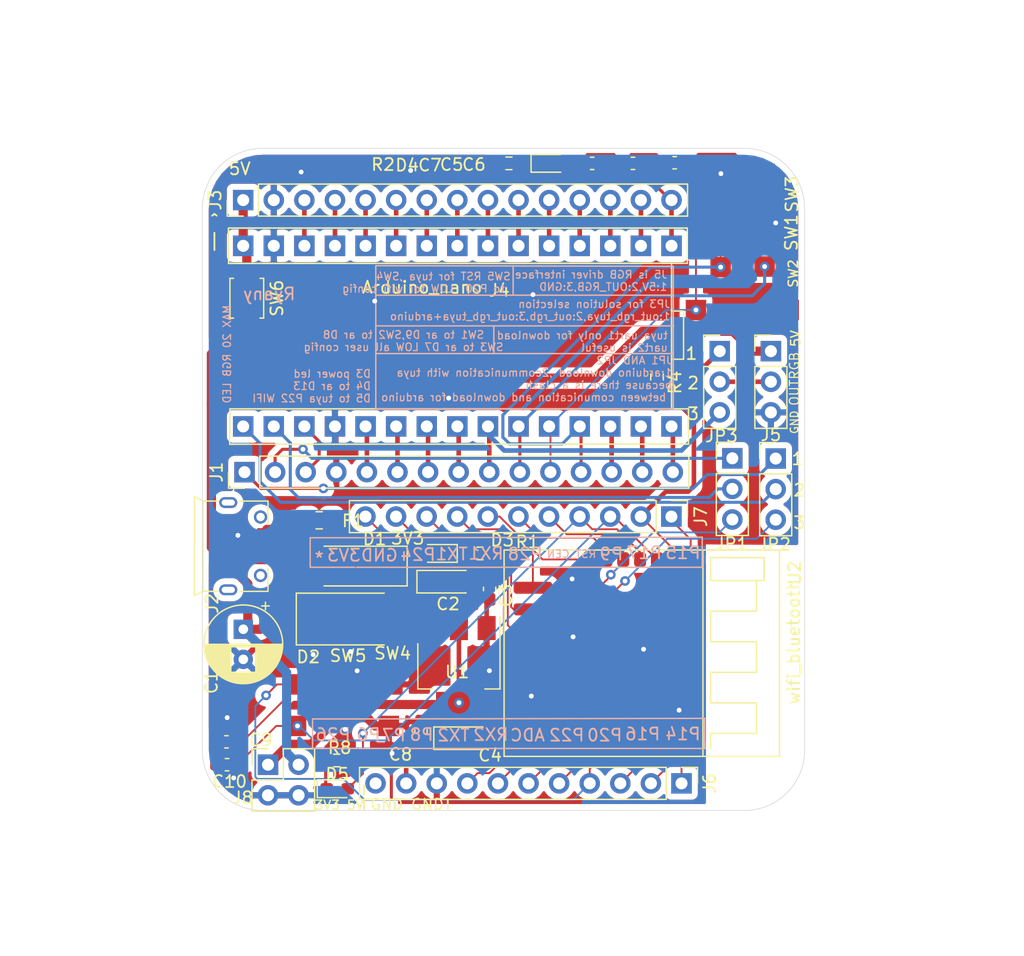
<source format=kicad_pcb>
(kicad_pcb (version 20171130) (host pcbnew "(5.1.10)-1")
  (layers (0 F.Cu signal) (31 B.Cu signal) (34 B.Paste user) (35 F.Paste user) (36 B.SilkS user) (37 F.SilkS user) (38 B.Mask user) (39 F.Mask user) (44 Edge.Cuts user))
  (net 0 "")
  (net 1 GND)
  (net 2 "Net-(C2-Pad1)")
  (net 3 +3V3)
  (net 4 /RST_TU,CEN)
  (net 5 /KEY_TU)
  (net 6 +5V)
  (net 7 "Net-(D3-Pad1)")
  (net 8 "Net-(D4-Pad1)")
  (net 9 /P22)
  (net 10 "Net-(D5-Pad1)")
  (net 11 "Net-(F1-Pad2)")
  (net 12 /D12)
  (net 13 /D11)
  (net 14 /D10)
  (net 15 /D9)
  (net 16 /D8)
  (net 17 /D7)
  (net 18 /D6)
  (net 19 /D5)
  (net 20 /D4)
  (net 21 /D3)
  (net 22 /D2)
  (net 23 /RESET)
  (net 24 "Net-(J2-Pad2)")
  (net 25 "Net-(J2-Pad3)")
  (net 26 /D13)
  (net 27 /AREF)
  (net 28 /A0)
  (net 29 /A1)
  (net 30 /A2)
  (net 31 /A3)
  (net 32 /A4)
  (net 33 /A5)
  (net 34 /A6)
  (net 35 /A7)
  (net 36 /TX)
  (net 37 /RX)
  (net 38 /OUT_RGB)
  (net 39 "Net-(J6-Pad11)")
  (net 40 /P24)
  (net 41 /TX_C)
  (net 42 /RX_C)
  (net 43 /P28)
  (net 44 /P9)
  (net 45 /P17)
  (net 46 /P15)
  (net 47 /P26)
  (net 48 /P6)
  (net 49 /P7)
  (net 50 /P8)
  (net 51 /TX2)
  (net 52 /RX2)
  (net 53 /ADC)
  (net 54 /P14)
  (net 55 /RX_D)
  (net 56 /TX_D)
  (net 57 "Net-(JP3-Pad1)")
  (net 58 /5V)
  (net 59 /3V3)
  (net 60 /RST)
  (net 61 /OUT_RGB_TU)
  (net 62 /VIN)
  (module 自用工程封装库:tuya_cbu (layer F.Cu) (at 125.44 77.7 270)
    (fp_text reference U2 (at 1.27 -2.54 90) (layer F.SilkS))
    (fp_text value mcu_tuya_cbu)
    (pad 21 smd roundrect (at 15.65 6.1) (size 1 1.2) (layers F.Cu F.Paste F.Mask) (net 46 /P15))
    (pad 20 smd roundrect (at 15.65 7.5) (size 1 1.2) (layers F.Cu F.Paste F.Mask) (net 45 /P17))
    (pad 15 smd roundrect (at 15.65 14.5) (size 1 1.2) (layers F.Cu F.Paste F.Mask) (net 41 /TX_C))
    (pad 18 smd roundrect (at 15.65 10.3) (size 1 1.2) (layers F.Cu F.Paste F.Mask) (net 4 /RST_TU,CEN))
    (pad 19 smd roundrect (at 15.65 8.9) (size 1 1.2) (layers F.Cu F.Paste F.Mask) (net 44 /P9))
    (pad 16 smd roundrect (at 15.65 13.1) (size 1 1.2) (layers F.Cu F.Paste F.Mask) (net 42 /RX_C))
    (pad 17 smd roundrect (at 15.65 11.7) (size 1 1.2) (layers F.Cu F.Paste F.Mask) (net 43 /P28))
    (pad 14 smd roundrect (at 13.3 19.2) (size 3.2 1) (layers F.Cu F.Paste F.Mask) (net 3 +3V3))
    (pad 13 smd roundrect (at 11.5 19.2) (size 3.2 1) (layers F.Cu F.Paste F.Mask) (net 1 GND))
    (pad 12 smd roundrect (at 9.7 19.2) (size 3.2 1) (layers F.Cu F.Paste F.Mask) (net 40 /P24))
    (pad 11 smd roundrect (at 7.9 19.2) (size 3.2 1) (layers F.Cu F.Paste F.Mask) (net 47 /P26))
    (pad 10 smd roundrect (at 6.1 19.2) (size 3.2 1) (layers F.Cu F.Paste F.Mask) (net 48 /P6))
    (pad 9 smd roundrect (at 4.3 19.2) (size 3.2 1) (layers F.Cu F.Paste F.Mask) (net 49 /P7))
    (pad 8 smd roundrect (at 2.5 19.2) (size 3.2 1) (layers F.Cu F.Paste F.Mask) (net 50 /P8))
    (pad 7 smd roundrect (at 0.15 14.5) (size 1 1.2) (layers F.Cu F.Paste F.Mask) (net 51 /TX2))
    (pad 6 smd roundrect (at 0.15 13.1) (size 1 1.2) (layers F.Cu F.Paste F.Mask) (net 52 /RX2))
    (pad 5 smd roundrect (at 0.15 11.7) (size 1 1.2) (layers F.Cu F.Paste F.Mask) (net 53 /ADC))
    (pad 4 smd roundrect (at 0.15 10.3) (size 1 1.2) (layers F.Cu F.Paste F.Mask) (net 9 /P22))
    (pad 3 smd roundrect (at 0.15 8.9) (size 1 1.2) (layers F.Cu F.Paste F.Mask) (net 5 /KEY_TU))
    (pad 2 smd roundrect (at 0.15 7.5) (size 1 1.2) (layers F.Cu F.Paste F.Mask) (net 61 /OUT_RGB_TU))
    (pad 1 smd roundrect (at 0.15 6.1) (size 1 1.2) (layers F.Cu F.Paste F.Mask) (net 54 /P14))
  )
  (module Button_Switch_SMD:SW_SPST_B3U-1000P (layer F.Cu) (at 82.49 56.15 270)
    (fp_text reference SW6 (at 0 -2.5 90) (layer F.SilkS))
    (fp_text value SW_DPST_x2)
    (pad 2 smd rect (at 1.7 0 270) (size 0.9 1.7) (layers F.Cu F.Paste F.Mask) (net 6 +5V))
    (pad 1 smd rect (at -1.7 0 270) (size 0.9 1.7) (layers F.Cu F.Paste F.Mask) (net 62 /VIN))
  )
  (module tuya_arduino:Arduino_nano_base (layer F.Cu) (at 112.75 62.8 90)
    (fp_text reference J4 (at 7.3 -9.3 180) (layer F.SilkS))
    (fp_text value arduino_nano_base)
    (fp_text user Arduino_nano (at 7.55 -15.7 180) (layer F.SilkS))
    (pad 26 thru_hole rect (at 11 -20.4 180) (size 1.7 1.7) (drill 1) (layers *.Cu *.Mask) (net 35 /A7))
    (pad 28 thru_hole rect (at 11 -25.48 180) (size 1.7 1.7) (drill 1) (layers *.Cu *.Mask) (net 23 /RESET))
    (pad 22 thru_hole rect (at 11 -10.24 180) (size 1.7 1.7) (drill 1) (layers *.Cu *.Mask) (net 31 /A3))
    (pad 16 thru_hole rect (at 11 5 180) (size 1.7 1.7) (drill 1) (layers *.Cu *.Mask) (net 26 /D13))
    (pad 24 thru_hole rect (at 11 -15.32 180) (size 1.7 1.7) (drill 1) (layers *.Cu *.Mask) (net 33 /A5))
    (pad 30 thru_hole rect (at 11 -30.56 180) (size 1.7 1.7) (drill 1) (layers *.Cu *.Mask) (net 62 /VIN))
    (pad 17 thru_hole rect (at 11 2.46 180) (size 1.7 1.7) (drill 1) (layers *.Cu *.Mask) (net 59 /3V3))
    (pad 18 thru_hole rect (at 11 -0.08 180) (size 1.7 1.7) (drill 1) (layers *.Cu *.Mask) (net 27 /AREF))
    (pad 25 thru_hole rect (at 11 -17.86 180) (size 1.7 1.7) (drill 1) (layers *.Cu *.Mask) (net 34 /A6))
    (pad 23 thru_hole rect (at 11 -12.78 180) (size 1.7 1.7) (drill 1) (layers *.Cu *.Mask) (net 32 /A4))
    (pad 20 thru_hole rect (at 11 -5.16 180) (size 1.7 1.7) (drill 1) (layers *.Cu *.Mask) (net 29 /A1))
    (pad 19 thru_hole rect (at 11 -2.62 180) (size 1.7 1.7) (drill 1) (layers *.Cu *.Mask) (net 28 /A0))
    (pad 21 thru_hole rect (at 11 -7.7 180) (size 1.7 1.7) (drill 1) (layers *.Cu *.Mask) (net 30 /A2))
    (pad 29 thru_hole rect (at 11 -28.02 180) (size 1.7 1.7) (drill 1) (layers *.Cu *.Mask) (net 1 GND))
    (pad 27 thru_hole rect (at 11 -22.94 180) (size 1.7 1.7) (drill 1) (layers *.Cu *.Mask) (net 58 /5V))
    (pad 1 thru_hole rect (at -4 -30.56 180) (size 1.7 1.7) (drill 1) (layers *.Cu *.Mask) (net 36 /TX))
    (pad 2 thru_hole rect (at -4 -28.02 180) (size 1.7 1.7) (drill 1) (layers *.Cu *.Mask) (net 37 /RX))
    (pad 3 thru_hole rect (at -4 -25.48 180) (size 1.7 1.7) (drill 1) (layers *.Cu *.Mask) (net 60 /RST))
    (pad 4 thru_hole rect (at -4 -22.94 180) (size 1.7 1.7) (drill 1) (layers *.Cu *.Mask) (net 1 GND))
    (pad 5 thru_hole rect (at -4 -20.4 180) (size 1.7 1.7) (drill 1) (layers *.Cu *.Mask) (net 22 /D2))
    (pad 6 thru_hole rect (at -4 -17.86 180) (size 1.7 1.7) (drill 1) (layers *.Cu *.Mask) (net 21 /D3))
    (pad 7 thru_hole rect (at -4 -15.32 180) (size 1.7 1.7) (drill 1) (layers *.Cu *.Mask) (net 20 /D4))
    (pad 8 thru_hole rect (at -4 -12.78 180) (size 1.7 1.7) (drill 1) (layers *.Cu *.Mask) (net 19 /D5))
    (pad 9 thru_hole rect (at -4 -10.24 180) (size 1.7 1.7) (drill 1) (layers *.Cu *.Mask) (net 18 /D6))
    (pad 10 thru_hole rect (at -4 -7.7 180) (size 1.7 1.7) (drill 1) (layers *.Cu *.Mask) (net 17 /D7))
    (pad 11 thru_hole rect (at -4 -5.16 180) (size 1.7 1.7) (drill 1) (layers *.Cu *.Mask) (net 16 /D8))
    (pad 12 thru_hole rect (at -4 -2.62 180) (size 1.7 1.7) (drill 1) (layers *.Cu *.Mask) (net 15 /D9))
    (pad 13 thru_hole rect (at -4 -0.08 180) (size 1.7 1.7) (drill 1) (layers *.Cu *.Mask) (net 14 /D10))
    (pad 14 thru_hole rect (at -4 2.46 180) (size 1.7 1.7) (drill 1) (layers *.Cu *.Mask) (net 13 /D11))
    (pad 15 thru_hole rect (at -4 5 180) (size 1.7 1.7) (drill 1) (layers *.Cu *.Mask) (net 12 /D12))
  )
  (module Connector_PinHeader_2.54mm:PinHeader_2x02_P2.54mm_Vertical (layer F.Cu) (at 84.25 94.9)
    (fp_text reference J8 (at -2.1 2.75) (layer F.SilkS))
    (fp_text value Conn_02x02_Top_Bottom_MountingPin)
    (pad 4 thru_hole oval (at 2.54 2.54) (size 1.7 1.7) (drill 1) (layers *.Cu *.Mask) (net 1 GND))
    (pad 3 thru_hole oval (at 0 2.54) (size 1.7 1.7) (drill 1) (layers *.Cu *.Mask) (net 1 GND))
    (pad 2 thru_hole oval (at 2.54 0) (size 1.7 1.7) (drill 1) (layers *.Cu *.Mask) (net 6 +5V))
    (pad 1 thru_hole rect (at 0 0) (size 1.7 1.7) (drill 1) (layers *.Cu *.Mask) (net 3 +3V3))
  )
  (module Package_TO_SOT_SMD:SOT-223-3_TabPin2 (layer F.Cu) (at 100.1 86.7 270)
    (fp_text reference U1 (at 0.5 0.15 180) (layer F.SilkS))
    (fp_text value AMS1117-3.3)
    (pad 1 smd rect (at -3.15 -2.3 270) (size 2 1.5) (layers F.Cu F.Paste F.Mask) (net 1 GND))
    (pad 3 smd rect (at -3.15 2.3 270) (size 2 1.5) (layers F.Cu F.Paste F.Mask) (net 2 "Net-(C2-Pad1)"))
    (pad 2 smd rect (at -3.15 0 270) (size 2 1.5) (layers F.Cu F.Paste F.Mask) (net 3 +3V3))
    (pad 2 smd rect (at 3.15 0 270) (size 2 3.8) (layers F.Cu F.Paste F.Mask) (net 3 +3V3))
  )
  (module Connector_PinHeader_2.54mm:PinHeader_1x15_P2.54mm_Vertical (layer F.Cu) (at 82.19 48 90)
    (fp_text reference J3 (at 0 -2.33 90) (layer F.SilkS))
    (fp_text value Conn_01x15_Male)
    (pad 15 thru_hole oval (at 0 35.56 90) (size 1.7 1.7) (drill 1) (layers *.Cu *.Mask) (net 26 /D13))
    (pad 14 thru_hole oval (at 0 33.02 90) (size 1.7 1.7) (drill 1) (layers *.Cu *.Mask) (net 59 /3V3))
    (pad 13 thru_hole oval (at 0 30.48 90) (size 1.7 1.7) (drill 1) (layers *.Cu *.Mask) (net 27 /AREF))
    (pad 12 thru_hole oval (at 0 27.94 90) (size 1.7 1.7) (drill 1) (layers *.Cu *.Mask) (net 28 /A0))
    (pad 11 thru_hole oval (at 0 25.4 90) (size 1.7 1.7) (drill 1) (layers *.Cu *.Mask) (net 29 /A1))
    (pad 10 thru_hole oval (at 0 22.86 90) (size 1.7 1.7) (drill 1) (layers *.Cu *.Mask) (net 30 /A2))
    (pad 9 thru_hole oval (at 0 20.32 90) (size 1.7 1.7) (drill 1) (layers *.Cu *.Mask) (net 31 /A3))
    (pad 8 thru_hole oval (at 0 17.78 90) (size 1.7 1.7) (drill 1) (layers *.Cu *.Mask) (net 32 /A4))
    (pad 7 thru_hole oval (at 0 15.24 90) (size 1.7 1.7) (drill 1) (layers *.Cu *.Mask) (net 33 /A5))
    (pad 6 thru_hole oval (at 0 12.7 90) (size 1.7 1.7) (drill 1) (layers *.Cu *.Mask) (net 34 /A6))
    (pad 5 thru_hole oval (at 0 10.16 90) (size 1.7 1.7) (drill 1) (layers *.Cu *.Mask) (net 35 /A7))
    (pad 4 thru_hole oval (at 0 7.62 90) (size 1.7 1.7) (drill 1) (layers *.Cu *.Mask) (net 58 /5V))
    (pad 3 thru_hole oval (at 0 5.08 90) (size 1.7 1.7) (drill 1) (layers *.Cu *.Mask) (net 23 /RESET))
    (pad 2 thru_hole oval (at 0 2.54 90) (size 1.7 1.7) (drill 1) (layers *.Cu *.Mask) (net 1 GND))
    (pad 1 thru_hole rect (at 0 0 90) (size 1.7 1.7) (drill 1) (layers *.Cu *.Mask) (net 62 /VIN))
  )
  (module Connector_PinHeader_2.54mm:PinHeader_1x15_P2.54mm_Vertical (layer F.Cu) (at 82.3 70.6 90)
    (fp_text reference J1 (at 0 -2.33 90) (layer F.SilkS))
    (fp_text value Conn_01x15_Male)
    (pad 15 thru_hole oval (at 0 35.56 90) (size 1.7 1.7) (drill 1) (layers *.Cu *.Mask) (net 12 /D12))
    (pad 14 thru_hole oval (at 0 33.02 90) (size 1.7 1.7) (drill 1) (layers *.Cu *.Mask) (net 13 /D11))
    (pad 13 thru_hole oval (at 0 30.48 90) (size 1.7 1.7) (drill 1) (layers *.Cu *.Mask) (net 14 /D10))
    (pad 12 thru_hole oval (at 0 27.94 90) (size 1.7 1.7) (drill 1) (layers *.Cu *.Mask) (net 15 /D9))
    (pad 11 thru_hole oval (at 0 25.4 90) (size 1.7 1.7) (drill 1) (layers *.Cu *.Mask) (net 16 /D8))
    (pad 10 thru_hole oval (at 0 22.86 90) (size 1.7 1.7) (drill 1) (layers *.Cu *.Mask) (net 17 /D7))
    (pad 9 thru_hole oval (at 0 20.32 90) (size 1.7 1.7) (drill 1) (layers *.Cu *.Mask) (net 18 /D6))
    (pad 8 thru_hole oval (at 0 17.78 90) (size 1.7 1.7) (drill 1) (layers *.Cu *.Mask) (net 19 /D5))
    (pad 7 thru_hole oval (at 0 15.24 90) (size 1.7 1.7) (drill 1) (layers *.Cu *.Mask) (net 20 /D4))
    (pad 6 thru_hole oval (at 0 12.7 90) (size 1.7 1.7) (drill 1) (layers *.Cu *.Mask) (net 21 /D3))
    (pad 5 thru_hole oval (at 0 10.16 90) (size 1.7 1.7) (drill 1) (layers *.Cu *.Mask) (net 22 /D2))
    (pad 4 thru_hole oval (at 0 7.62 90) (size 1.7 1.7) (drill 1) (layers *.Cu *.Mask) (net 1 GND))
    (pad 3 thru_hole oval (at 0 5.08 90) (size 1.7 1.7) (drill 1) (layers *.Cu *.Mask) (net 60 /RST))
    (pad 2 thru_hole oval (at 0 2.54 90) (size 1.7 1.7) (drill 1) (layers *.Cu *.Mask) (net 55 /RX_D))
    (pad 1 thru_hole rect (at 0 0 90) (size 1.7 1.7) (drill 1) (layers *.Cu *.Mask) (net 56 /TX_D))
  )
  (module tuya_arduino:button_smd (layer F.Cu) (at 86.9 88.1)
    (fp_text reference SW5 (at 4 -2.25) (layer F.SilkS))
    (fp_text value SW_Push)
    (pad 2 smd rect (at 7.68 0.13) (size 1.7 1.7) (layers F.Cu F.Paste F.Mask) (net 1 GND))
    (pad 1 smd rect (at -0.02 0.13) (size 1.7 1.7) (layers F.Cu F.Paste F.Mask) (net 4 /RST_TU,CEN))
  )
  (module tuya_arduino:button_smd (layer F.Cu) (at 86.6 91.55)
    (fp_text reference SW4 (at 8 -5.9) (layer F.SilkS))
    (fp_text value SW_Push)
    (pad 2 smd rect (at 7.68 0.13) (size 1.7 1.7) (layers F.Cu F.Paste F.Mask) (net 1 GND))
    (pad 1 smd rect (at -0.02 0.13) (size 1.7 1.7) (layers F.Cu F.Paste F.Mask) (net 5 /KEY_TU))
  )
  (module tuya_arduino:button_smd (layer F.Cu) (at 125.35 53.5 90)
    (fp_text reference SW3 (at 6 2.4 90) (layer F.SilkS))
    (fp_text value SW_Push)
    (pad 2 smd rect (at 7.68 0.13 90) (size 1.7 1.7) (layers F.Cu F.Paste F.Mask) (net 1 GND))
    (pad 1 smd rect (at -0.02 0.13 90) (size 1.7 1.7) (layers F.Cu F.Paste F.Mask) (net 17 /D7))
  )
  (module tuya_arduino:button_smd (layer F.Cu) (at 119.8 57)
    (fp_text reference SW2 (at 8.05 -2.9 90) (layer F.SilkS) (effects (font (size 0.762 0.762) (thickness 0.127))))
    (fp_text value SW_Push)
    (pad 2 smd rect (at 7.68 0.13) (size 1.7 1.7) (layers F.Cu F.Paste F.Mask) (net 1 GND))
    (pad 1 smd rect (at -0.02 0.13) (size 1.7 1.7) (layers F.Cu F.Paste F.Mask) (net 16 /D8))
  )
  (module tuya_arduino:button_smd (layer F.Cu) (at 121.7 53.55 90)
    (fp_text reference SW1 (at 2.85 6 90) (layer F.SilkS))
    (fp_text value SW_Push)
    (pad 2 smd rect (at 7.68 0.13 90) (size 1.7 1.7) (layers F.Cu F.Paste F.Mask) (net 1 GND))
    (pad 1 smd rect (at -0.02 0.13 90) (size 1.7 1.7) (layers F.Cu F.Paste F.Mask) (net 15 /D9))
  )
  (module Resistor_SMD:R_0603_1608Metric_Pad0.98x0.95mm_HandSolder (layer F.Cu) (at 89.95 94.55)
    (fp_text reference R8 (at 0.25 -1.05) (layer F.SilkS))
    (fp_text value 220)
    (pad 2 smd roundrect (at 0.9125 0) (size 0.975 0.95) (layers F.Cu F.Paste F.Mask) (net 1 GND))
    (pad 1 smd roundrect (at -0.9125 0) (size 0.975 0.95) (layers F.Cu F.Paste F.Mask) (net 10 "Net-(D5-Pad1)"))
  )
  (module Resistor_SMD:R_0603_1608Metric_Pad0.98x0.95mm_HandSolder (layer F.Cu) (at 116.55 62.6875 90)
    (fp_text reference R4 (at -0.4625 1.5 90) (layer F.SilkS))
    (fp_text value 1R)
    (pad 2 smd roundrect (at 0.9125 0 90) (size 0.975 0.95) (layers F.Cu F.Paste F.Mask) (net 57 "Net-(JP3-Pad1)"))
    (pad 1 smd roundrect (at -0.9125 0 90) (size 0.975 0.95) (layers F.Cu F.Paste F.Mask) (net 61 /OUT_RGB_TU))
  )
  (module Resistor_SMD:R_0603_1608Metric_Pad0.98x0.95mm_HandSolder (layer F.Cu) (at 104.25 44.95 180)
    (fp_text reference R2 (at 10.45 -0.1) (layer F.SilkS))
    (fp_text value 330)
    (pad 2 smd roundrect (at 0.9125 0 180) (size 0.975 0.95) (layers F.Cu F.Paste F.Mask) (net 1 GND))
    (pad 1 smd roundrect (at -0.9125 0 180) (size 0.975 0.95) (layers F.Cu F.Paste F.Mask) (net 8 "Net-(D4-Pad1)"))
  )
  (module Resistor_SMD:R_0603_1608Metric_Pad0.98x0.95mm_HandSolder (layer F.Cu) (at 101.85 77.35)
    (fp_text reference R1 (at 3.94 -0.95) (layer F.SilkS))
    (fp_text value 330)
    (pad 2 smd roundrect (at 0.9125 0) (size 0.975 0.95) (layers F.Cu F.Paste F.Mask) (net 1 GND))
    (pad 1 smd roundrect (at -0.9125 0) (size 0.975 0.95) (layers F.Cu F.Paste F.Mask) (net 7 "Net-(D3-Pad1)"))
  )
  (module Connector_PinHeader_2.54mm:PinHeader_1x03_P2.54mm_Vertical (layer F.Cu) (at 121.75 60.55)
    (fp_text reference JP3 (at 0.15 7.05) (layer F.SilkS))
    (fp_text value Jumper_NC_Dual)
    (pad 3 thru_hole oval (at 0 5.08) (size 1.7 1.7) (drill 1) (layers *.Cu *.Mask) (net 18 /D6))
    (pad 2 thru_hole oval (at 0 2.54) (size 1.7 1.7) (drill 1) (layers *.Cu *.Mask) (net 38 /OUT_RGB))
    (pad 1 thru_hole rect (at 0 0) (size 1.7 1.7) (drill 1) (layers *.Cu *.Mask) (net 57 "Net-(JP3-Pad1)"))
  )
  (module Connector_PinHeader_2.54mm:PinHeader_1x03_P2.54mm_Vertical (layer F.Cu) (at 126.4 69.47)
    (fp_text reference JP2 (at -0.1 7.13) (layer F.SilkS))
    (fp_text value Jumper_NC_Dual)
    (pad 3 thru_hole oval (at 0 5.08) (size 1.7 1.7) (drill 1) (layers *.Cu *.Mask) (net 42 /RX_C))
    (pad 2 thru_hole oval (at 0 2.54) (size 1.7 1.7) (drill 1) (layers *.Cu *.Mask) (net 36 /TX))
    (pad 1 thru_hole rect (at 0 0) (size 1.7 1.7) (drill 1) (layers *.Cu *.Mask) (net 56 /TX_D))
  )
  (module Connector_PinHeader_2.54mm:PinHeader_1x03_P2.54mm_Vertical (layer F.Cu) (at 122.8 69.45)
    (fp_text reference JP1 (at -0.05 7.1) (layer F.SilkS))
    (fp_text value Jumper_NC_Dual)
    (pad 3 thru_hole oval (at 0 5.08) (size 1.7 1.7) (drill 1) (layers *.Cu *.Mask) (net 41 /TX_C))
    (pad 2 thru_hole oval (at 0 2.54) (size 1.7 1.7) (drill 1) (layers *.Cu *.Mask) (net 37 /RX))
    (pad 1 thru_hole rect (at 0 0) (size 1.7 1.7) (drill 1) (layers *.Cu *.Mask) (net 55 /RX_D))
  )
  (module Connector_PinHeader_2.54mm:PinHeader_1x11_P2.54mm_Vertical (layer F.Cu) (at 117.74 74.29 270)
    (fp_text reference J7 (at 0 -2.44 90) (layer F.SilkS))
    (fp_text value Conn_01x11_Male)
    (pad 11 thru_hole oval (at 0 25.4 270) (size 1.7 1.7) (drill 1) (layers *.Cu *.Mask) (net 47 /P26))
    (pad 10 thru_hole oval (at 0 22.86 270) (size 1.7 1.7) (drill 1) (layers *.Cu *.Mask) (net 48 /P6))
    (pad 9 thru_hole oval (at 0 20.32 270) (size 1.7 1.7) (drill 1) (layers *.Cu *.Mask) (net 49 /P7))
    (pad 8 thru_hole oval (at 0 17.78 270) (size 1.7 1.7) (drill 1) (layers *.Cu *.Mask) (net 50 /P8))
    (pad 7 thru_hole oval (at 0 15.24 270) (size 1.7 1.7) (drill 1) (layers *.Cu *.Mask) (net 51 /TX2))
    (pad 6 thru_hole oval (at 0 12.7 270) (size 1.7 1.7) (drill 1) (layers *.Cu *.Mask) (net 52 /RX2))
    (pad 5 thru_hole oval (at 0 10.16 270) (size 1.7 1.7) (drill 1) (layers *.Cu *.Mask) (net 53 /ADC))
    (pad 4 thru_hole oval (at 0 7.62 270) (size 1.7 1.7) (drill 1) (layers *.Cu *.Mask) (net 9 /P22))
    (pad 3 thru_hole oval (at 0 5.08 270) (size 1.7 1.7) (drill 1) (layers *.Cu *.Mask) (net 5 /KEY_TU))
    (pad 2 thru_hole oval (at 0 2.54 270) (size 1.7 1.7) (drill 1) (layers *.Cu *.Mask) (net 61 /OUT_RGB_TU))
    (pad 1 thru_hole rect (at 0 0 270) (size 1.7 1.7) (drill 1) (layers *.Cu *.Mask) (net 54 /P14))
  )
  (module Connector_PinHeader_2.54mm:PinHeader_1x11_P2.54mm_Vertical (layer F.Cu) (at 118.58 96.45 270)
    (fp_text reference J6 (at 0 -2.33 90) (layer F.SilkS))
    (fp_text value Conn_01x11_Male)
    (pad 11 thru_hole oval (at 0 25.4 270) (size 1.7 1.7) (drill 1) (layers *.Cu *.Mask) (net 39 "Net-(J6-Pad11)"))
    (pad 10 thru_hole oval (at 0 22.86 270) (size 1.7 1.7) (drill 1) (layers *.Cu *.Mask) (net 3 +3V3))
    (pad 9 thru_hole oval (at 0 20.32 270) (size 1.7 1.7) (drill 1) (layers *.Cu *.Mask) (net 1 GND))
    (pad 8 thru_hole oval (at 0 17.78 270) (size 1.7 1.7) (drill 1) (layers *.Cu *.Mask) (net 40 /P24))
    (pad 7 thru_hole oval (at 0 15.24 270) (size 1.7 1.7) (drill 1) (layers *.Cu *.Mask) (net 41 /TX_C))
    (pad 6 thru_hole oval (at 0 12.7 270) (size 1.7 1.7) (drill 1) (layers *.Cu *.Mask) (net 42 /RX_C))
    (pad 5 thru_hole oval (at 0 10.16 270) (size 1.7 1.7) (drill 1) (layers *.Cu *.Mask) (net 43 /P28))
    (pad 4 thru_hole oval (at 0 7.62 270) (size 1.7 1.7) (drill 1) (layers *.Cu *.Mask) (net 4 /RST_TU,CEN))
    (pad 3 thru_hole oval (at 0 5.08 270) (size 1.7 1.7) (drill 1) (layers *.Cu *.Mask) (net 44 /P9))
    (pad 2 thru_hole oval (at 0 2.54 270) (size 1.7 1.7) (drill 1) (layers *.Cu *.Mask) (net 45 /P17))
    (pad 1 thru_hole rect (at 0 0 270) (size 1.7 1.7) (drill 1) (layers *.Cu *.Mask) (net 46 /P15))
  )
  (module Connector_PinHeader_2.54mm:PinHeader_1x03_P2.54mm_Vertical (layer F.Cu) (at 126 60.55)
    (fp_text reference J5 (at 0 6.95) (layer F.SilkS))
    (fp_text value Conn_01x03_Female)
    (pad 3 thru_hole oval (at 0 5.08) (size 1.7 1.7) (drill 1) (layers *.Cu *.Mask) (net 1 GND))
    (pad 2 thru_hole oval (at 0 2.54) (size 1.7 1.7) (drill 1) (layers *.Cu *.Mask) (net 38 /OUT_RGB))
    (pad 1 thru_hole rect (at 0 0) (size 1.7 1.7) (drill 1) (layers *.Cu *.Mask) (net 6 +5V))
  )
  (module 0WJQ:MicroUSB_5S_B_A01SB141B1-067 (layer F.Cu) (at 82.15 76.75 90)
    (fp_text reference J2 (at -4.75 -2.55 90) (layer F.SilkS))
    (fp_text value USB_A)
    (pad 6 thru_hole circle (at 2.425 1.48 90) (size 1.1 1.1) (drill 0.7) (layers *.Cu *.Mask))
    (pad 6 thru_hole oval (at 3.625 -1.2 90) (size 0.9 1.5) (drill oval 0.5 1.1) (layers *.Cu *.Mask))
    (pad 6 thru_hole oval (at -3.625 -1.2 90) (size 0.9 1.5) (drill oval 0.5 1.1) (layers *.Cu *.Mask))
    (pad 6 thru_hole circle (at -2.425 1.48 90) (size 1.1 1.1) (drill 0.7) (layers *.Cu *.Mask))
    (pad 5 smd rect (at -1.3 2 90) (size 0.4 1.6) (layers F.Cu F.Paste F.Mask) (net 1 GND))
    (pad 4 smd rect (at -0.65 2 90) (size 0.4 1.6) (layers F.Cu F.Paste F.Mask) (net 1 GND))
    (pad 1 smd rect (at 1.3 2 90) (size 0.4 1.6) (layers F.Cu F.Paste F.Mask) (net 11 "Net-(F1-Pad2)"))
    (pad 2 smd rect (at 0.65 2 90) (size 0.4 1.6) (layers F.Cu F.Paste F.Mask) (net 24 "Net-(J2-Pad2)"))
    (pad 3 smd rect (at 0 2 90) (size 0.4 1.6) (layers F.Cu F.Paste F.Mask) (net 25 "Net-(J2-Pad3)"))
  )
  (module Fuse:Fuse_0805_2012Metric_Pad1.15x1.40mm_HandSolder (layer F.Cu) (at 88.5 74.6 180)
    (fp_text reference F1 (at -2.8 -0.05) (layer F.SilkS))
    (fp_text value Fuse)
    (pad 2 smd roundrect (at 1.025 0 180) (size 1.15 1.4) (layers F.Cu F.Paste F.Mask) (roundrect_rratio 0.2173904347826087) (net 11 "Net-(F1-Pad2)"))
    (pad 1 smd roundrect (at -1.025 0 180) (size 1.15 1.4) (layers F.Cu F.Paste F.Mask) (roundrect_rratio 0.2173904347826087) (net 6 +5V))
  )
  (module LED_SMD:LED_0603_1608Metric_Pad1.05x0.95mm_HandSolder (layer F.Cu) (at 89.995 96.9)
    (fp_text reference D5 (at 0.005 -1.2) (layer F.SilkS))
    (fp_text value LED)
    (pad 2 smd roundrect (at 0.875 0) (size 1.05 0.95) (layers F.Cu F.Paste F.Mask) (net 9 /P22))
    (pad 1 smd roundrect (at -0.875 0) (size 1.05 0.95) (layers F.Cu F.Paste F.Mask) (net 10 "Net-(D5-Pad1)"))
  )
  (module LED_SMD:LED_0603_1608Metric_Pad1.05x0.95mm_HandSolder (layer F.Cu) (at 107.75 44.95)
    (fp_text reference D4 (at -11.95 0.15) (layer F.SilkS))
    (fp_text value LED)
    (pad 2 smd roundrect (at 0.875 0) (size 1.05 0.95) (layers F.Cu F.Paste F.Mask) (net 26 /D13))
    (pad 1 smd roundrect (at -0.875 0) (size 1.05 0.95) (layers F.Cu F.Paste F.Mask) (net 8 "Net-(D4-Pad1)"))
  )
  (module LED_SMD:LED_0603_1608Metric_Pad1.05x0.95mm_HandSolder (layer F.Cu) (at 98.3 77.35 180)
    (fp_text reference D3 (at -5.4 1.1) (layer F.SilkS))
    (fp_text value LED)
    (pad 2 smd roundrect (at 0.875 0 180) (size 1.05 0.95) (layers F.Cu F.Paste F.Mask) (net 2 "Net-(C2-Pad1)"))
    (pad 1 smd roundrect (at -0.875 0 180) (size 1.05 0.95) (layers F.Cu F.Paste F.Mask) (net 7 "Net-(D3-Pad1)"))
  )
  (module Diode_SMD:D_SMB_Handsoldering (layer F.Cu) (at 91.2 82.8)
    (fp_text reference D2 (at -3.6 3.15) (layer F.SilkS))
    (fp_text value D_Zener)
    (pad 2 smd rect (at 2.7 0) (size 3.5 2.3) (layers F.Cu F.Paste F.Mask) (net 1 GND))
    (pad 1 smd rect (at -2.7 0) (size 3.5 2.3) (layers F.Cu F.Paste F.Mask) (net 2 "Net-(C2-Pad1)"))
  )
  (module Diode_SMD:D_SMA_Handsoldering (layer F.Cu) (at 91.4 78.4 180)
    (fp_text reference D1 (at -1.7 2.25) (layer F.SilkS))
    (fp_text value ss210)
    (pad 2 smd rect (at 2.5 0 180) (size 3.5 1.8) (layers F.Cu F.Paste F.Mask) (net 6 +5V))
    (pad 1 smd rect (at -2.5 0 180) (size 3.5 1.8) (layers F.Cu F.Paste F.Mask) (net 2 "Net-(C2-Pad1)"))
  )
  (module Capacitor_SMD:C_0603_1608Metric_Pad1.08x0.95mm_HandSolder (layer F.Cu) (at 80.85 94.9 180)
    (fp_text reference C10 (at -0.2 -1.4) (layer F.SilkS))
    (fp_text value 0.1uf)
    (pad 2 smd roundrect (at 0.8625 0 180) (size 1.075 0.95) (layers F.Cu F.Paste F.Mask) (net 1 GND))
    (pad 1 smd roundrect (at -0.8625 0 180) (size 1.075 0.95) (layers F.Cu F.Paste F.Mask) (net 5 /KEY_TU))
  )
  (module Capacitor_SMD:C_0603_1608Metric_Pad1.08x0.95mm_HandSolder (layer F.Cu) (at 80.8 93 180)
    (fp_text reference C9 (at -2.85 0.15) (layer F.SilkS))
    (fp_text value 0.1uf)
    (pad 2 smd roundrect (at 0.8625 0 180) (size 1.075 0.95) (layers F.Cu F.Paste F.Mask) (net 1 GND))
    (pad 1 smd roundrect (at -0.8625 0 180) (size 1.075 0.95) (layers F.Cu F.Paste F.Mask) (net 4 /RST_TU,CEN))
  )
  (module Capacitor_SMD:C_0603_1608Metric_Pad1.08x0.95mm_HandSolder (layer F.Cu) (at 96.95 92.15 90)
    (fp_text reference C8 (at -1.9 -1.7 180) (layer F.SilkS))
    (fp_text value 0.1uf)
    (pad 2 smd roundrect (at 0.8625 0 90) (size 1.075 0.95) (layers F.Cu F.Paste F.Mask) (net 1 GND))
    (pad 1 smd roundrect (at -0.8625 0 90) (size 1.075 0.95) (layers F.Cu F.Paste F.Mask) (net 3 +3V3))
  )
  (module Capacitor_SMD:C_0603_1608Metric_Pad1.08x0.95mm_HandSolder (layer F.Cu) (at 111.1625 44.95 180)
    (fp_text reference C7 (at 13.4625 -0.15) (layer F.SilkS))
    (fp_text value 0.1uf)
    (pad 2 smd roundrect (at 0.8625 0 180) (size 1.075 0.95) (layers F.Cu F.Paste F.Mask) (net 1 GND))
    (pad 1 smd roundrect (at -0.8625 0 180) (size 1.075 0.95) (layers F.Cu F.Paste F.Mask) (net 16 /D8))
  )
  (module Capacitor_SMD:C_0603_1608Metric_Pad1.08x0.95mm_HandSolder (layer F.Cu) (at 118.0125 44.9 180)
    (fp_text reference C6 (at 16.6625 -0.15) (layer F.SilkS))
    (fp_text value 0.1uf)
    (pad 2 smd roundrect (at 0.8625 0 180) (size 1.075 0.95) (layers F.Cu F.Paste F.Mask) (net 1 GND))
    (pad 1 smd roundrect (at -0.8625 0 180) (size 1.075 0.95) (layers F.Cu F.Paste F.Mask) (net 17 /D7))
  )
  (module Capacitor_SMD:C_0603_1608Metric_Pad1.08x0.95mm_HandSolder (layer F.Cu) (at 114.55 44.95 180)
    (fp_text reference C5 (at 15.05 -0.1) (layer F.SilkS))
    (fp_text value 0.1uf)
    (pad 2 smd roundrect (at 0.8625 0 180) (size 1.075 0.95) (layers F.Cu F.Paste F.Mask) (net 1 GND))
    (pad 1 smd roundrect (at -0.8625 0 180) (size 1.075 0.95) (layers F.Cu F.Paste F.Mask) (net 15 /D9))
  )
  (module Capacitor_Tantalum_SMD:CP_EIA-3216-18_Kemet-A_Pad1.58x1.35mm_HandSolder (layer F.Cu) (at 100.5 92.7)
    (fp_text reference C4 (at 2.19 1.42) (layer F.SilkS))
    (fp_text value 22uf)
    (pad 2 smd roundrect (at 1.4375 0) (size 1.575 1.35) (layers F.Cu F.Paste F.Mask) (roundrect_rratio 0.1851844444444445) (net 1 GND))
    (pad 1 smd roundrect (at -1.4375 0) (size 1.575 1.35) (layers F.Cu F.Paste F.Mask) (roundrect_rratio 0.1851844444444445) (net 3 +3V3))
  )
  (module Capacitor_SMD:C_0603_1608Metric_Pad1.08x0.95mm_HandSolder (layer F.Cu) (at 102.65 80.3 270)
    (fp_text reference C3 (at 0.55 -1.35 90) (layer F.SilkS))
    (fp_text value 0.1uf)
    (pad 2 smd roundrect (at 0.8625 0 270) (size 1.075 0.95) (layers F.Cu F.Paste F.Mask) (net 1 GND))
    (pad 1 smd roundrect (at -0.8625 0 270) (size 1.075 0.95) (layers F.Cu F.Paste F.Mask) (net 2 "Net-(C2-Pad1)"))
  )
  (module Capacitor_Tantalum_SMD:CP_EIA-3216-18_Kemet-A_Pad1.58x1.35mm_HandSolder (layer F.Cu) (at 99.1 79.7)
    (fp_text reference C2 (at 0.1 1.85) (layer F.SilkS))
    (fp_text value 22uf)
    (pad 2 smd roundrect (at 1.4375 0) (size 1.575 1.35) (layers F.Cu F.Paste F.Mask) (roundrect_rratio 0.1851844444444445) (net 1 GND))
    (pad 1 smd roundrect (at -1.4375 0) (size 1.575 1.35) (layers F.Cu F.Paste F.Mask) (roundrect_rratio 0.1851844444444445) (net 2 "Net-(C2-Pad1)"))
  )
  (module Capacitor_THT:CP_Radial_D6.3mm_P2.50mm (layer F.Cu) (at 82.2 83.65 270)
    (fp_text reference C1 (at 4.4 2.65 90) (layer F.SilkS))
    (fp_text value 220uf)
    (pad 2 thru_hole circle (at 2.5 0 270) (size 1.6 1.6) (drill 0.8) (layers *.Cu *.Mask) (net 1 GND))
    (pad 1 thru_hole rect (at 0 0 270) (size 1.6 1.6) (drill 0.8) (layers *.Cu *.Mask) (net 6 +5V))
  )
  (gr_text "JP1 AND JP2\n1:arduino download ,2communication with tuya\nbecause there is a clash\n between comunication and download for arduino" (at 117.85 62.85) (layer B.SilkS) (effects (font (size 0.635 0.635) (thickness 0.1016)) (justify left mirror)))
  (gr_line (start 78.8 93.7) (end 78.8 53.7) (layer Edge.Cuts) (width 0.05))
  (gr_text "MAX 20 RGB LED" (at 80.85 60.8 90) (layer B.SilkS) (effects (font (size 0.635 0.635) (thickness 0.1016)) (justify mirror)))
  (gr_text Ryany (at 84.35 55.8) (layer B.SilkS) (effects (font (size 1 1)) (justify mirror)))
  (gr_text "D3 power led\nD4 to ar D13\nD5 to tuya P22 WIFI " (at 92.85 63.45) (layer B.SilkS) (effects (font (size 0.635 0.635) (thickness 0.1016)) (justify left mirror)))
  (gr_line (start 93.2 65.35) (end 93.2 53.45) (layer B.SilkS) (width 0.12))
  (gr_text "SW1 to ar D9,SW2 to ar D8\nSW3 to ar D7 LOW all user config" (at 95.5 59.7) (layer B.SilkS) (effects (font (size 0.635 0.635) (thickness 0.1016)) (justify mirror)))
  (gr_text "SW5 RST for tuya ,SW4\n to P20  LOW for wifi config" (at 104.45 54.85) (layer B.SilkS) (effects (font (size 0.635 0.635) (thickness 0.1016)) (justify left mirror)))
  (gr_line (start 103 58.45) (end 103 60.75) (layer B.SilkS) (width 0.12))
  (gr_line (start 104.6 53.45) (end 104.6 55.9) (layer B.SilkS) (width 0.12))
  (gr_line (start 117.9 60.75) (end 93.25 60.75) (layer B.SilkS) (width 0.12))
  (gr_line (start 117.95 58.45) (end 93.2 58.45) (layer B.SilkS) (width 0.12))
  (gr_line (start 117.9 55.9) (end 93.25 55.9) (layer B.SilkS) (width 0.12))
  (gr_line (start 117.9 65.35) (end 117.9 53.5) (layer B.SilkS) (width 0.12))
  (gr_line (start 93.2 53.45) (end 117.9 53.5) (layer B.SilkS) (width 0.12))
  (gr_line (start 117.9 65.35) (end 93.2 65.35) (layer B.SilkS) (width 0.12))
  (gr_text "tuya uart1 only for download\nuart2 is useful" (at 117.5 59.75) (layer B.SilkS) (effects (font (size 0.635 0.635) (thickness 0.1016)) (justify left mirror)))
  (gr_text "JP3 for solution selection\n1:out_rgb_tuya,2:out_rgb,3:out_rgb_tuya+arduino" (at 117.7 57.15) (layer B.SilkS) (effects (font (size 0.635 0.635) (thickness 0.1016)) (justify left mirror)))
  (gr_text "J5 is RGB driver interface\n1:5V,2:OUT_RGB,3:GND" (at 117.45 54.7) (layer B.SilkS) (effects (font (size 0.635 0.635) (thickness 0.1016)) (justify left mirror)))
  (gr_text P24 (at 96.7 77.45) (layer B.SilkS) (effects (font (size 1 1)) (justify mirror)))
  (gr_text GND (at 93.5 77.5) (layer B.SilkS) (effects (font (size 1 1)) (justify mirror)))
  (gr_text 3V3 (at 90.55 77.5) (layer B.SilkS) (effects (font (size 1 1)) (justify mirror)))
  (gr_text * (at 88.5 77.75) (layer B.SilkS) (effects (font (size 1 1)) (justify mirror)))
  (gr_text P15 (at 118.7 77.3) (layer B.SilkS) (effects (font (size 1 1)) (justify mirror)))
  (gr_text P17 (at 115.5 77.3) (layer B.SilkS) (effects (font (size 1 1)) (justify mirror)))
  (gr_text TX1 (at 99.5 77.4) (layer B.SilkS) (effects (font (size 1 1)) (justify mirror)))
  (gr_text RX1 (at 102.35 77.35) (layer B.SilkS) (effects (font (size 1 1)) (justify mirror)))
  (gr_text P28 (at 105.6 77.4) (layer B.SilkS) (effects (font (size 1 1)) (justify mirror)))
  (gr_text RST_CEN (at 109.45 77.4) (layer B.SilkS) (effects (font (size 0.635 0.635) (thickness 0.1016)) (justify mirror)))
  (gr_text P9 (at 112.75 77.4) (layer B.SilkS) (effects (font (size 1 1)) (justify mirror)))
  (gr_line (start 87.75 78.5) (end 87.75 78.35) (layer B.SilkS) (width 0.12))
  (gr_line (start 91.45 78.5) (end 87.75 78.5) (layer B.SilkS) (width 0.12))
  (gr_line (start 120.3 78.5) (end 120.3 76) (layer B.SilkS) (width 0.12))
  (gr_line (start 120.3 76) (end 91.6 76.05) (layer B.SilkS) (width 0.12))
  (gr_line (start 87.75 78.05) (end 87.75 78.45) (layer B.SilkS) (width 0.12))
  (gr_line (start 91.6 76.05) (end 87.75 76.05) (layer B.SilkS) (width 0.12))
  (gr_line (start 87.75 76.05) (end 87.75 78.05) (layer B.SilkS) (width 0.12))
  (gr_line (start 91.6 78.5) (end 120.3 78.5) (layer B.SilkS) (width 0.12))
  (gr_line (start 87.95 93.55) (end 87.95 93.4) (layer B.SilkS) (width 0.12))
  (gr_line (start 91.65 93.55) (end 87.95 93.55) (layer B.SilkS) (width 0.12))
  (gr_line (start 87.95 93.1) (end 87.95 93.5) (layer B.SilkS) (width 0.12))
  (gr_line (start 87.95 91.1) (end 87.95 93.1) (layer B.SilkS) (width 0.12))
  (gr_line (start 91.8 91.1) (end 87.95 91.1) (layer B.SilkS) (width 0.12))
  (gr_text P26 (at 89.65 92.4) (layer B.SilkS) (effects (font (size 1 1)) (justify mirror)))
  (gr_text P6 (at 92.6 92.4) (layer B.SilkS) (effects (font (size 1 1)) (justify mirror)))
  (gr_text P7 (at 94.7 92.45) (layer B.SilkS) (effects (font (size 1 1)) (justify mirror)))
  (gr_text P8 (at 97 92.4) (layer B.SilkS) (effects (font (size 1 1)) (justify mirror)))
  (gr_text TX2 (at 99.65 92.45) (layer B.SilkS) (effects (font (size 1 1)) (justify mirror)))
  (gr_text RX2 (at 102.75 92.4) (layer B.SilkS) (effects (font (size 1 1)) (justify mirror)))
  (gr_text ADC (at 105.8 92.45) (layer B.SilkS) (effects (font (size 1 1)) (justify mirror)))
  (gr_text P22 (at 109.05 92.45) (layer B.SilkS) (effects (font (size 1 1)) (justify mirror)))
  (gr_text P20 (at 112.2 92.45) (layer B.SilkS) (effects (font (size 1 1)) (justify mirror)))
  (gr_text P16 (at 115.35 92.35) (layer B.SilkS) (effects (font (size 1 1)) (justify mirror)))
  (gr_text P14 (at 118.7 92.35) (layer B.SilkS) (effects (font (size 1 1)) (justify mirror)))
  (gr_line (start 120.5 93.55) (end 120.5 91.05) (layer B.SilkS) (width 0.12))
  (gr_line (start 91.8 93.55) (end 120.5 93.55) (layer B.SilkS) (width 0.12))
  (gr_line (start 120.5 91.05) (end 91.8 91.1) (layer B.SilkS) (width 0.12))
  (gr_text GND (at 127.95 66.45 90) (layer F.SilkS) (effects (font (size 0.635 0.635) (thickness 0.1016))))
  (gr_text "OUTRGB\n" (at 127.95 62.85 90) (layer F.SilkS) (effects (font (size 0.762 0.762) (thickness 0.1016))))
  (gr_text "5V\n" (at 128.05 59.5 90) (layer F.SilkS) (effects (font (size 0.762 0.762) (thickness 0.127))))
  (gr_text 3 (at 128.35 74.8) (layer F.SilkS) (effects (font (size 1 1))))
  (gr_text 2 (at 128.35 72.1) (layer F.SilkS) (effects (font (size 1 1))))
  (gr_text 1 (at 128.2 69.5) (layer F.SilkS) (effects (font (size 1 1))))
  (gr_text 3 (at 119.55 65.75) (layer F.SilkS) (effects (font (size 1 1))))
  (gr_text 2 (at 119.55 63.2) (layer F.SilkS) (effects (font (size 1 1))))
  (gr_text 1 (at 119.4 60.75) (layer F.SilkS) (effects (font (size 1 1))))
  (gr_text 5V (at 81.9 45.4) (layer F.SilkS) (effects (font (size 1 1))))
  (gr_text 3V3 (at 95.85 76.1) (layer F.SilkS) (effects (font (size 1 1))))
  (gr_text "-\n" (at 99.1 98.15 90) (layer F.SilkS) (effects (font (size 1 1))))
  (gr_text "GND GND" (at 95.8 98.2) (layer F.SilkS) (effects (font (size 0.889 0.889) (thickness 0.127))))
  (gr_text "--\n" (at 92.15 97.6 90) (layer F.SilkS) (effects (font (size 1 1))))
  (gr_text "3V3 5V" (at 90.15 98.25) (layer F.SilkS) (effects (font (size 0.762 0.762) (thickness 0.127))))
  (gr_text wifi_bluetooth (at 127.9 84.7 90) (layer F.SilkS) (effects (font (size 1 1))))
  (gr_line (start 128.8 53.7) (end 128.8 48.7) (layer Edge.Cuts) (width 0.05))
  (gr_line (start 78.8 53.7) (end 78.8 48.7) (layer Edge.Cuts) (width 0.05))
  (gr_arc (start 123.8 48.7) (end 128.8 48.7) (angle -90) (layer Edge.Cuts) (width 0.05))
  (gr_arc (start 83.8 48.7) (end 83.8 43.7) (angle -90) (layer Edge.Cuts) (width 0.05))
  (gr_arc (start 123.8 93.7) (end 123.8 98.7) (angle -90) (layer Edge.Cuts) (width 0.05))
  (gr_arc (start 83.8 93.7) (end 78.8 93.7) (angle -91.12330271) (layer Edge.Cuts) (width 0.05))
  (gr_text "^\n|" (at 79.8 50.55) (layer F.SilkS) (effects (font (size 1 1))))
  (gr_line (start 83.8 43.7) (end 123.8 43.7) (layer Edge.Cuts) (width 0.05))
  (gr_line (start 128.8 53.7) (end 128.8 93.7) (layer Edge.Cuts) (width 0.05))
  (gr_line (start 83.9 98.7) (end 123.8 98.7) (layer Edge.Cuts) (width 0.05))
  (segment (start 94.49 95.44) (end 94.49 97.68) (width 0.254) (layer F.Cu) (net 0))
  (via (at 106.11 89.2) (size 0.8) (drill 0.4) (layers F.Cu B.Cu) (net 1))
  (via (at 121.85 45.8) (size 0.8) (drill 0.4) (layers F.Cu B.Cu) (net 1))
  (segment (start 84.73 48) (end 84.73 51.8) (width 0.381) (layer F.Cu) (net 1))
  (segment (start 89.92 66.91) (end 89.81 66.8) (width 0.381) (layer F.Cu) (net 1))
  (segment (start 89.92 70.6) (end 89.92 66.91) (width 0.381) (layer F.Cu) (net 1))
  (segment (start 82.969 78.05) (end 82.419 77.5) (width 0.381) (layer F.Cu) (net 1))
  (segment (start 84.15 78.05) (end 82.969 78.05) (width 0.381) (layer F.Cu) (net 1))
  (via (at 81.4 96) (size 0.8) (drill 0.4) (layers F.Cu B.Cu) (net 1))
  (segment (start 81.0875 96) (end 79.9875 94.9) (width 0.254) (layer F.Cu) (net 1))
  (segment (start 81.4 96) (end 81.0875 96) (width 0.254) (layer F.Cu) (net 1))
  (via (at 99.25 64.45) (size 0.8) (drill 0.4) (layers F.Cu B.Cu) (net 1))
  (via (at 106.25 55.85) (size 0.8) (drill 0.4) (layers F.Cu B.Cu) (net 1))
  (via (at 126.4 49.9) (size 0.8) (drill 0.4) (layers F.Cu B.Cu) (net 1))
  (segment (start 100.83349 93.80401) (end 96.25401 93.80401) (width 0.254) (layer F.Cu) (net 1))
  (segment (start 101.9375 92.7) (end 100.83349 93.80401) (width 0.254) (layer F.Cu) (net 1))
  (segment (start 96.25401 93.80401) (end 95.8 93.35) (width 0.254) (layer F.Cu) (net 1))
  (segment (start 95.8 92.4375) (end 96.95 91.2875) (width 0.254) (layer F.Cu) (net 1))
  (segment (start 95.8 93.35) (end 95.8 92.4375) (width 0.254) (layer F.Cu) (net 1))
  (segment (start 110.3 44.95) (end 110.3 44.7) (width 0.254) (layer F.Cu) (net 1))
  (segment (start 112.95849 44.22099) (end 113.6875 44.95) (width 0.254) (layer F.Cu) (net 1))
  (segment (start 110.77901 44.22099) (end 112.95849 44.22099) (width 0.254) (layer F.Cu) (net 1))
  (segment (start 110.3 44.7) (end 110.77901 44.22099) (width 0.254) (layer F.Cu) (net 1))
  (segment (start 116.47099 44.22099) (end 117.15 44.9) (width 0.254) (layer F.Cu) (net 1))
  (segment (start 114.41651 44.22099) (end 116.47099 44.22099) (width 0.254) (layer F.Cu) (net 1))
  (segment (start 113.6875 44.95) (end 114.41651 44.22099) (width 0.254) (layer F.Cu) (net 1))
  (via (at 81.75 75.85) (size 0.8) (drill 0.4) (layers F.Cu B.Cu) (net 1))
  (segment (start 117.71424 44.9) (end 118.69424 45.88) (width 0.1524) (layer F.Cu) (net 1))
  (segment (start 117.15 44.9) (end 117.71424 44.9) (width 0.1524) (layer F.Cu) (net 1))
  (segment (start 118.69424 45.88) (end 120.02 45.88) (width 0.1524) (layer F.Cu) (net 1))
  (via (at 88 85.75) (size 0.8) (drill 0.4) (layers F.Cu B.Cu) (net 1))
  (via (at 91.1 85.5) (size 0.8) (drill 0.4) (layers F.Cu B.Cu) (net 1))
  (via (at 91.65 87.1) (size 0.8) (drill 0.4) (layers F.Cu B.Cu) (net 1))
  (via (at 115.43 85.31) (size 0.8) (drill 0.4) (layers F.Cu B.Cu) (net 1))
  (via (at 109.58 84.28) (size 0.8) (drill 0.4) (layers F.Cu B.Cu) (net 1))
  (via (at 94.55 93.95) (size 0.8) (drill 0.4) (layers F.Cu B.Cu) (net 1))
  (via (at 90.66 91.97) (size 0.8) (drill 0.4) (layers F.Cu B.Cu) (net 1))
  (segment (start 94.28 91.68) (end 93.16 91.68) (width 0.762) (layer F.Cu) (net 1))
  (segment (start 93.16 91.68) (end 92.45 90.97) (width 0.762) (layer F.Cu) (net 1))
  (segment (start 103.37901 77.96651) (end 102.7625 77.35) (width 0.254) (layer F.Cu) (net 1))
  (segment (start 103.37901 79.941092) (end 103.37901 77.96651) (width 0.254) (layer F.Cu) (net 1))
  (segment (start 103.091092 80.22901) (end 103.37901 79.941092) (width 0.254) (layer F.Cu) (net 1))
  (segment (start 101.06651 80.22901) (end 103.091092 80.22901) (width 0.254) (layer F.Cu) (net 1))
  (segment (start 100.5375 79.7) (end 101.06651 80.22901) (width 0.254) (layer F.Cu) (net 1))
  (segment (start 102.4 81.4125) (end 102.65 81.1625) (width 0.381) (layer F.Cu) (net 1))
  (segment (start 102.4 83.55) (end 102.4 81.4125) (width 0.381) (layer F.Cu) (net 1))
  (via (at 102.63 87.09) (size 0.8) (drill 0.4) (layers F.Cu B.Cu) (net 1))
  (via (at 80.86 90.99) (size 0.8) (drill 0.4) (layers F.Cu B.Cu) (net 1))
  (via (at 93.11 56.39) (size 0.8) (drill 0.4) (layers F.Cu B.Cu) (net 1))
  (via (at 96.09 45.54) (size 0.8) (drill 0.4) (layers F.Cu B.Cu) (net 1))
  (via (at 87 45.67) (size 0.8) (drill 0.4) (layers F.Cu B.Cu) (net 1))
  (via (at 118.38 90.37) (size 0.8) (drill 0.4) (layers F.Cu B.Cu) (net 1))
  (via (at 109.5 79.47) (size 0.8) (drill 0.4) (layers F.Cu B.Cu) (net 1))
  (segment (start 93.9 78.4) (end 93.85 78.4) (width 0.762) (layer F.Cu) (net 2))
  (segment (start 92.9 78.4) (end 88.5 82.8) (width 0.762) (layer F.Cu) (net 2))
  (segment (start 93.9 78.4) (end 92.9 78.4) (width 0.762) (layer F.Cu) (net 2))
  (segment (start 93.9 78.4) (end 94.45 78.4) (width 0.254) (layer F.Cu) (net 2))
  (segment (start 95.5 77.35) (end 97.425 77.35) (width 0.254) (layer F.Cu) (net 2))
  (segment (start 94.45 78.4) (end 95.5 77.35) (width 0.254) (layer F.Cu) (net 2))
  (segment (start 97.6625 79.7) (end 97.6625 79.5875) (width 0.381) (layer F.Cu) (net 2))
  (segment (start 97.6625 79.5875) (end 98.85 78.4) (width 0.381) (layer F.Cu) (net 2))
  (segment (start 101.6125 78.4) (end 102.65 79.4375) (width 0.381) (layer F.Cu) (net 2))
  (segment (start 98.85 78.4) (end 101.6125 78.4) (width 0.381) (layer F.Cu) (net 2))
  (segment (start 96.3625 78.4) (end 97.6625 79.7) (width 0.381) (layer F.Cu) (net 2))
  (segment (start 93.9 78.4) (end 96.3625 78.4) (width 0.381) (layer F.Cu) (net 2))
  (segment (start 97.6625 83.4125) (end 97.8 83.55) (width 0.381) (layer F.Cu) (net 2))
  (segment (start 97.6625 79.7) (end 97.6625 83.4125) (width 0.381) (layer F.Cu) (net 2))
  (segment (start 100.1 83.55) (end 100.1 89.85) (width 0.381) (layer F.Cu) (net 3))
  (segment (start 100.1 89.85) (end 100.25 89.85) (width 0.381) (layer F.Cu) (net 3))
  (segment (start 98.7625 93) (end 99.0625 92.7) (width 0.381) (layer F.Cu) (net 3))
  (segment (start 99.0625 90.8875) (end 100.1 89.85) (width 0.381) (layer F.Cu) (net 3))
  (segment (start 99.0625 92.7) (end 99.0625 90.8875) (width 0.381) (layer F.Cu) (net 3))
  (segment (start 98.75 93.0125) (end 99.0625 92.7) (width 0.381) (layer F.Cu) (net 3))
  (segment (start 96.95 93.0125) (end 98.75 93.0125) (width 0.381) (layer F.Cu) (net 3))
  (via (at 100.1 89.75) (size 0.8) (drill 0.4) (layers F.Cu B.Cu) (net 3))
  (segment (start 87.9 93.2) (end 86 93.2) (width 0.762) (layer F.Cu) (net 3))
  (segment (start 84.3 94.9) (end 86 93.2) (width 0.762) (layer F.Cu) (net 3))
  (segment (start 84.25 94.9) (end 84.3 94.9) (width 0.762) (layer F.Cu) (net 3))
  (segment (start 100.1 89.75) (end 100.1 89.13) (width 0.381) (layer F.Cu) (net 3))
  (segment (start 99.0625 92.7) (end 99.0625 92.5075) (width 0.381) (layer F.Cu) (net 3))
  (segment (start 99.0625 92.5075) (end 100.11 91.46) (width 0.381) (layer F.Cu) (net 3))
  (segment (start 100.11 91.46) (end 102.97 91.46) (width 0.381) (layer F.Cu) (net 3))
  (segment (start 103.43 91) (end 106.24 91) (width 0.381) (layer F.Cu) (net 3))
  (segment (start 102.97 91.46) (end 103.43 91) (width 0.381) (layer F.Cu) (net 3))
  (segment (start 95.72 96.45) (end 95.72 94.92) (width 0.381) (layer F.Cu) (net 3))
  (segment (start 102.99148 94.24852) (end 106.24 91) (width 0.381) (layer F.Cu) (net 3))
  (segment (start 96.39148 94.24852) (end 102.99148 94.24852) (width 0.381) (layer F.Cu) (net 3))
  (segment (start 95.72 94.92) (end 96.39148 94.24852) (width 0.381) (layer F.Cu) (net 3))
  (segment (start 100.05 89.9) (end 100.1 89.85) (width 0.762) (layer F.Cu) (net 3))
  (segment (start 91.15 89.9) (end 100.05 89.9) (width 0.762) (layer F.Cu) (net 3))
  (segment (start 87.9 93.15) (end 91.15 89.9) (width 0.762) (layer F.Cu) (net 3))
  (segment (start 110.96 95.247919) (end 111.389099 94.81882) (width 0.1524) (layer F.Cu) (net 4))
  (segment (start 110.96 96.45) (end 110.96 95.247919) (width 0.1524) (layer F.Cu) (net 4))
  (segment (start 113.67118 94.81882) (end 115.14 93.35) (width 0.1524) (layer F.Cu) (net 4))
  (segment (start 111.389099 94.81882) (end 113.67118 94.81882) (width 0.1524) (layer F.Cu) (net 4))
  (segment (start 82.11 93) (end 86.88 88.23) (width 0.1524) (layer F.Cu) (net 4))
  (segment (start 81.6625 93) (end 82.11 93) (width 0.1524) (layer F.Cu) (net 4))
  (segment (start 110.96 96.45) (end 109.61 97.8) (width 0.1524) (layer B.Cu) (net 4))
  (segment (start 109.61 97.8) (end 92.23 97.8) (width 0.1524) (layer B.Cu) (net 4))
  (segment (start 92.23 97.8) (end 90.51 96.08) (width 0.1524) (layer B.Cu) (net 4))
  (segment (start 83.196799 95.912561) (end 83.196799 90.033201) (width 0.1524) (layer B.Cu) (net 4))
  (segment (start 83.364238 96.08) (end 83.196799 95.912561) (width 0.1524) (layer B.Cu) (net 4))
  (segment (start 90.51 96.08) (end 83.364238 96.08) (width 0.1524) (layer B.Cu) (net 4))
  (via (at 84.09 89.14) (size 0.8) (drill 0.4) (layers F.Cu B.Cu) (net 4))
  (segment (start 83.196799 90.033201) (end 84.09 89.14) (width 0.1524) (layer B.Cu) (net 4))
  (segment (start 85 88.23) (end 86.88 88.23) (width 0.1524) (layer F.Cu) (net 4))
  (segment (start 84.09 89.14) (end 85 88.23) (width 0.1524) (layer F.Cu) (net 4))
  (segment (start 112.98 74.29) (end 112.66 74.29) (width 0.1524) (layer F.Cu) (net 5))
  (segment (start 116.54 77.85) (end 112.98 74.29) (width 0.1524) (layer F.Cu) (net 5))
  (segment (start 94.066799 92.883201) (end 88.063201 92.883201) (width 0.1524) (layer B.Cu) (net 5))
  (segment (start 112.66 74.29) (end 94.066799 92.883201) (width 0.1524) (layer B.Cu) (net 5))
  (via (at 86.699999 91.68) (size 0.8) (drill 0.4) (layers F.Cu B.Cu) (net 5))
  (segment (start 86.86 91.68) (end 86.699999 91.68) (width 0.1524) (layer B.Cu) (net 5))
  (segment (start 88.063201 92.883201) (end 86.86 91.68) (width 0.1524) (layer B.Cu) (net 5))
  (segment (start 84.9325 91.68) (end 86.58 91.68) (width 0.1524) (layer F.Cu) (net 5))
  (segment (start 81.7125 94.9) (end 84.9325 91.68) (width 0.1524) (layer F.Cu) (net 5))
  (segment (start 89.525 77.775) (end 88.9 78.4) (width 0.762) (layer F.Cu) (net 6))
  (segment (start 89.525 74.6) (end 89.525 77.775) (width 0.762) (layer F.Cu) (net 6))
  (segment (start 85.9 77.2) (end 85.9 81.35) (width 0.762) (layer F.Cu) (net 6))
  (segment (start 86.6 76.5) (end 85.9 77.2) (width 0.762) (layer F.Cu) (net 6))
  (segment (start 89.525 75.3) (end 88.325 76.5) (width 0.762) (layer F.Cu) (net 6))
  (segment (start 88.325 76.5) (end 86.6 76.5) (width 0.762) (layer F.Cu) (net 6))
  (segment (start 89.525 74.6) (end 89.525 75.3) (width 0.762) (layer F.Cu) (net 6))
  (segment (start 83.6 83.65) (end 85.9 81.35) (width 0.762) (layer F.Cu) (net 6))
  (segment (start 82.2 83.65) (end 83.6 83.65) (width 0.762) (layer F.Cu) (net 6))
  (segment (start 82.2 83.65) (end 82.20801 83.64199) (width 0.762) (layer F.Cu) (net 6))
  (segment (start 82.571999 79.871999) (end 79.55 76.85) (width 0.762) (layer F.Cu) (net 6))
  (segment (start 82.571999 83.278001) (end 82.571999 79.871999) (width 0.762) (layer F.Cu) (net 6))
  (segment (start 82.2 83.65) (end 82.571999 83.278001) (width 0.762) (layer F.Cu) (net 6))
  (segment (start 82.19 51.8) (end 82.19 48) (width 0.762) (layer F.Cu) (net 62))
  (segment (start 122.858001 58.9) (end 124.508001 60.55) (width 0.762) (layer F.Cu) (net 6))
  (segment (start 115.341999 58.9) (end 122.858001 58.9) (width 0.762) (layer F.Cu) (net 6))
  (segment (start 124.508001 60.55) (end 125.5 60.55) (width 0.762) (layer F.Cu) (net 6))
  (segment (start 85.791999 93.901999) (end 86.79 94.9) (width 0.762) (layer B.Cu) (net 6))
  (segment (start 85.791999 87.241999) (end 85.791999 93.901999) (width 0.762) (layer B.Cu) (net 6))
  (segment (start 82.2 83.65) (end 85.791999 87.241999) (width 0.762) (layer B.Cu) (net 6))
  (segment (start 79.55 76.85) (end 79.55 64.97) (width 0.762) (layer F.Cu) (net 6))
  (segment (start 79.55 64.97) (end 79.91 64.97) (width 0.762) (layer F.Cu) (net 6))
  (segment (start 79.91 64.97) (end 82.14 62.74) (width 0.762) (layer F.Cu) (net 6))
  (segment (start 82.14 62.74) (end 87.19 62.74) (width 0.762) (layer F.Cu) (net 6))
  (segment (start 87.19 62.74) (end 87.24 62.79) (width 0.762) (layer F.Cu) (net 6))
  (segment (start 111.451999 62.79) (end 115.341999 58.9) (width 0.762) (layer F.Cu) (net 6))
  (segment (start 87.24 62.79) (end 111.451999 62.79) (width 0.762) (layer F.Cu) (net 6))
  (segment (start 79.55 60.79) (end 82.49 57.85) (width 0.762) (layer F.Cu) (net 6))
  (segment (start 79.55 64.97) (end 79.55 60.79) (width 0.762) (layer F.Cu) (net 6))
  (segment (start 99.175 77.35) (end 100.9375 77.35) (width 0.254) (layer F.Cu) (net 7))
  (segment (start 105.1625 44.95) (end 106.875 44.95) (width 0.254) (layer F.Cu) (net 8))
  (segment (start 111.173201 75.343201) (end 110.12 74.29) (width 0.1524) (layer F.Cu) (net 9))
  (segment (start 113.233201 75.343201) (end 111.173201 75.343201) (width 0.1524) (layer F.Cu) (net 9))
  (segment (start 115.14 77.25) (end 113.233201 75.343201) (width 0.1524) (layer F.Cu) (net 9))
  (segment (start 115.14 77.85) (end 115.14 77.25) (width 0.1524) (layer F.Cu) (net 9))
  (segment (start 110.12 74.29) (end 92.126799 92.283201) (width 0.1524) (layer B.Cu) (net 9))
  (via (at 92.13 92.28) (size 0.8) (drill 0.4) (layers F.Cu B.Cu) (net 9))
  (segment (start 92.126799 92.283201) (end 92.13 92.28) (width 0.1524) (layer B.Cu) (net 9))
  (segment (start 92.13 95.64) (end 90.87 96.9) (width 0.1524) (layer F.Cu) (net 9))
  (segment (start 92.13 92.28) (end 92.13 95.64) (width 0.1524) (layer F.Cu) (net 9))
  (segment (start 89.0375 96.8175) (end 89.12 96.9) (width 0.254) (layer F.Cu) (net 10))
  (segment (start 89.0375 94.55) (end 89.0375 96.8175) (width 0.254) (layer F.Cu) (net 10))
  (segment (start 87.475 74.6) (end 87.475 74.675) (width 0.25) (layer F.Cu) (net 11))
  (segment (start 86.3516 74.6) (end 87.475 74.6) (width 0.762) (layer F.Cu) (net 11))
  (segment (start 85.6016 75.35) (end 86.3516 74.6) (width 0.762) (layer F.Cu) (net 11))
  (segment (start 84.15 75.35) (end 85.6016 75.35) (width 0.762) (layer F.Cu) (net 11))
  (segment (start 117.86 66.91) (end 117.75 66.8) (width 0.381) (layer F.Cu) (net 12))
  (segment (start 117.86 70.6) (end 117.86 66.91) (width 0.381) (layer F.Cu) (net 12))
  (segment (start 115.32 66.91) (end 115.21 66.8) (width 0.381) (layer F.Cu) (net 13))
  (segment (start 115.32 70.6) (end 115.32 66.91) (width 0.381) (layer F.Cu) (net 13))
  (segment (start 112.78 66.91) (end 112.67 66.8) (width 0.381) (layer F.Cu) (net 14))
  (segment (start 112.78 70.6) (end 112.78 66.91) (width 0.381) (layer F.Cu) (net 14))
  (segment (start 121.83 53.57) (end 121.83 53.57) (width 0.254) (layer F.Cu) (net 15))
  (via (at 121.83 53.57) (size 0.8) (drill 0.4) (layers F.Cu B.Cu) (net 15))
  (segment (start 116.237098 53.57) (end 121.83 53.57) (width 0.254) (layer B.Cu) (net 15))
  (segment (start 116.03 53.57) (end 116.237098 53.57) (width 0.254) (layer B.Cu) (net 15))
  (segment (start 103.75 65.85) (end 116.03 53.57) (width 0.254) (layer B.Cu) (net 15))
  (segment (start 103.75 67.7) (end 103.75 65.85) (width 0.254) (layer B.Cu) (net 15))
  (segment (start 104.3 68.25) (end 103.75 67.7) (width 0.254) (layer B.Cu) (net 15))
  (segment (start 108.68 68.25) (end 104.3 68.25) (width 0.254) (layer B.Cu) (net 15))
  (segment (start 110.13 66.8) (end 108.68 68.25) (width 0.254) (layer B.Cu) (net 15))
  (segment (start 110.24 66.91) (end 110.13 66.8) (width 0.254) (layer F.Cu) (net 15))
  (segment (start 110.24 70.6) (end 110.24 66.91) (width 0.254) (layer F.Cu) (net 15))
  (segment (start 118.25599 45.84599) (end 121.83 49.42) (width 0.1524) (layer F.Cu) (net 15))
  (segment (start 121.83 49.42) (end 121.83 53.57) (width 0.1524) (layer F.Cu) (net 15))
  (segment (start 115.4125 45.425) (end 115.6575 45.67) (width 0.1524) (layer F.Cu) (net 15))
  (segment (start 115.4125 44.95) (end 115.4125 45.425) (width 0.1524) (layer F.Cu) (net 15))
  (segment (start 118.062356 45.67) (end 118.247168 45.854812) (width 0.1524) (layer F.Cu) (net 15))
  (segment (start 115.6575 45.67) (end 118.062356 45.67) (width 0.1524) (layer F.Cu) (net 15))
  (segment (start 119.78 48.58) (end 119.78 57.13) (width 0.1524) (layer F.Cu) (net 16))
  (segment (start 119.78 47.88) (end 119.78 48.58) (width 0.1524) (layer F.Cu) (net 16))
  (segment (start 118 46.1) (end 119.78 47.88) (width 0.1524) (layer F.Cu) (net 16))
  (segment (start 113.175 46.1) (end 118 46.1) (width 0.1524) (layer F.Cu) (net 16))
  (segment (start 112.025 44.95) (end 113.175 46.1) (width 0.1524) (layer F.Cu) (net 16))
  (segment (start 119.78 57.13) (end 119.78 57.13) (width 0.1524) (layer F.Cu) (net 16))
  (via (at 119.78 57.13) (size 0.8) (drill 0.4) (layers F.Cu B.Cu) (net 16))
  (segment (start 117.26 57.13) (end 107.59 66.8) (width 0.1524) (layer B.Cu) (net 16))
  (segment (start 119.78 57.13) (end 117.26 57.13) (width 0.1524) (layer B.Cu) (net 16))
  (segment (start 107.7 66.91) (end 107.59 66.8) (width 0.1524) (layer F.Cu) (net 16))
  (segment (start 107.7 70.6) (end 107.7 66.91) (width 0.1524) (layer F.Cu) (net 16))
  (segment (start 105.65 66.2) (end 105.05 66.8) (width 0.254) (layer F.Cu) (net 17))
  (segment (start 118.875 44.9) (end 119.125 44.65) (width 0.254) (layer F.Cu) (net 17))
  (segment (start 119.125 44.65) (end 119.55 44.65) (width 0.254) (layer F.Cu) (net 17))
  (segment (start 119.55 44.65) (end 120 44.2) (width 0.254) (layer F.Cu) (net 17))
  (segment (start 120 44.2) (end 123 44.2) (width 0.254) (layer F.Cu) (net 17))
  (segment (start 123 44.2) (end 123.65 44.85) (width 0.254) (layer F.Cu) (net 17))
  (segment (start 123.65 51.69) (end 125.48 53.52) (width 0.254) (layer F.Cu) (net 17))
  (segment (start 123.65 44.85) (end 123.65 51.69) (width 0.254) (layer F.Cu) (net 17))
  (segment (start 125.48 53.52) (end 125.48 53.52) (width 0.254) (layer F.Cu) (net 17))
  (via (at 125.48 53.52) (size 0.8) (drill 0.4) (layers F.Cu B.Cu) (net 17))
  (segment (start 125.48 53.52) (end 125.48 54.92) (width 0.254) (layer B.Cu) (net 17))
  (segment (start 124.45 55.95) (end 115.9 55.95) (width 0.254) (layer B.Cu) (net 17))
  (segment (start 125.48 54.92) (end 124.45 55.95) (width 0.254) (layer B.Cu) (net 17))
  (segment (start 115.9 55.95) (end 105.05 66.8) (width 0.254) (layer B.Cu) (net 17))
  (segment (start 105.16 66.91) (end 105.05 66.8) (width 0.254) (layer F.Cu) (net 17))
  (segment (start 105.16 70.6) (end 105.16 66.91) (width 0.254) (layer F.Cu) (net 17))
  (segment (start 102.51 66.8) (end 102.51 67.46) (width 0.381) (layer B.Cu) (net 18))
  (segment (start 102.51 67.46) (end 103.85 68.8) (width 0.381) (layer B.Cu) (net 18))
  (segment (start 118.58 68.8) (end 121.75 65.63) (width 0.381) (layer B.Cu) (net 18))
  (segment (start 103.85 68.8) (end 118.58 68.8) (width 0.381) (layer B.Cu) (net 18))
  (segment (start 102.62 66.91) (end 102.51 66.8) (width 0.381) (layer F.Cu) (net 18))
  (segment (start 102.62 70.6) (end 102.62 66.91) (width 0.381) (layer F.Cu) (net 18))
  (segment (start 100.08 66.91) (end 99.97 66.8) (width 0.381) (layer F.Cu) (net 19))
  (segment (start 100.08 70.6) (end 100.08 66.91) (width 0.381) (layer F.Cu) (net 19))
  (segment (start 97.54 66.91) (end 97.43 66.8) (width 0.381) (layer F.Cu) (net 20))
  (segment (start 97.54 70.6) (end 97.54 66.91) (width 0.381) (layer F.Cu) (net 20))
  (segment (start 95 66.91) (end 94.89 66.8) (width 0.381) (layer F.Cu) (net 21))
  (segment (start 95 70.6) (end 95 66.91) (width 0.381) (layer F.Cu) (net 21))
  (segment (start 92.46 66.91) (end 92.35 66.8) (width 0.381) (layer F.Cu) (net 22))
  (segment (start 92.46 70.6) (end 92.46 66.91) (width 0.381) (layer F.Cu) (net 22))
  (segment (start 87.27 48) (end 87.27 51.8) (width 0.381) (layer F.Cu) (net 23))
  (segment (start 110.01 46.43) (end 108.60599 45.02599) (width 0.254) (layer F.Cu) (net 26))
  (segment (start 116.1 46.44) (end 110.025 46.44) (width 0.254) (layer F.Cu) (net 26))
  (segment (start 117.73599 48.08599) (end 116.09 46.44) (width 0.254) (layer F.Cu) (net 26))
  (segment (start 117.75 48) (end 117.75 51.8) (width 0.381) (layer F.Cu) (net 26))
  (segment (start 112.67 51.8) (end 112.67 48) (width 0.381) (layer F.Cu) (net 27))
  (segment (start 110.13 51.8) (end 110.13 48) (width 0.381) (layer F.Cu) (net 28))
  (segment (start 107.59 51.8) (end 107.59 48) (width 0.381) (layer F.Cu) (net 29))
  (segment (start 105.05 48) (end 105.05 51.8) (width 0.381) (layer F.Cu) (net 30))
  (segment (start 102.51 51.8) (end 102.51 48) (width 0.381) (layer F.Cu) (net 31))
  (segment (start 99.97 48) (end 99.97 51.8) (width 0.381) (layer F.Cu) (net 32))
  (segment (start 97.43 48) (end 97.43 51.8) (width 0.381) (layer F.Cu) (net 33))
  (segment (start 94.89 48) (end 94.89 51.8) (width 0.381) (layer F.Cu) (net 34))
  (segment (start 92.35 48) (end 92.35 51.8) (width 0.381) (layer F.Cu) (net 35))
  (segment (start 82.3 66.91) (end 82.19 66.8) (width 0.254) (layer F.Cu) (net 36))
  (segment (start 125.31 73.1) (end 120.55 73.1) (width 0.254) (layer B.Cu) (net 36))
  (segment (start 83.6 71.4) (end 83.6 68.21) (width 0.254) (layer B.Cu) (net 36))
  (segment (start 85.3 73.1) (end 83.6 71.4) (width 0.254) (layer B.Cu) (net 36))
  (segment (start 126.4 72.01) (end 125.31 73.1) (width 0.254) (layer B.Cu) (net 36))
  (segment (start 83.6 68.21) (end 82.19 66.8) (width 0.254) (layer B.Cu) (net 36))
  (segment (start 120.55 73.1) (end 85.3 73.1) (width 0.254) (layer B.Cu) (net 36))
  (segment (start 120.55 73.1) (end 120.6 73.1) (width 0.254) (layer B.Cu) (net 36))
  (segment (start 84.84 66.91) (end 84.73 66.8) (width 0.254) (layer F.Cu) (net 37))
  (segment (start 86.76899 72.71899) (end 86.1 72.05) (width 0.254) (layer B.Cu) (net 37))
  (segment (start 93.53101 72.71899) (end 86.76899 72.71899) (width 0.254) (layer B.Cu) (net 37))
  (segment (start 93.55 72.7) (end 93.53101 72.71899) (width 0.254) (layer B.Cu) (net 37))
  (segment (start 86.1 68.17) (end 84.73 66.8) (width 0.254) (layer B.Cu) (net 37))
  (segment (start 120.887919 72.7) (end 93.55 72.7) (width 0.254) (layer B.Cu) (net 37))
  (segment (start 86.1 72.05) (end 86.1 68.17) (width 0.254) (layer B.Cu) (net 37))
  (segment (start 121.597919 71.99) (end 120.887919 72.7) (width 0.254) (layer B.Cu) (net 37))
  (segment (start 122.8 71.99) (end 121.597919 71.99) (width 0.254) (layer B.Cu) (net 37))
  (segment (start 121.75 63.09) (end 125.5 63.09) (width 0.381) (layer F.Cu) (net 38))
  (segment (start 107.777728 91.70321) (end 108.35 91.130938) (width 0.1524) (layer F.Cu) (net 40))
  (segment (start 106.52679 91.70321) (end 107.777728 91.70321) (width 0.1524) (layer F.Cu) (net 40))
  (segment (start 102.629999 95.600001) (end 106.52679 91.70321) (width 0.1524) (layer F.Cu) (net 40))
  (segment (start 101.649999 95.600001) (end 102.629999 95.600001) (width 0.1524) (layer F.Cu) (net 40))
  (segment (start 100.8 96.45) (end 101.649999 95.600001) (width 0.1524) (layer F.Cu) (net 40))
  (segment (start 107.84 87.4) (end 106.24 87.4) (width 0.1524) (layer F.Cu) (net 40))
  (segment (start 108.35 87.91) (end 107.84 87.4) (width 0.1524) (layer F.Cu) (net 40))
  (segment (start 108.35 91.130938) (end 108.35 87.91) (width 0.1524) (layer F.Cu) (net 40))
  (segment (start 106.44 93.35) (end 110.94 93.35) (width 0.1524) (layer F.Cu) (net 41))
  (segment (start 103.34 96.45) (end 106.44 93.35) (width 0.1524) (layer F.Cu) (net 41))
  (segment (start 110.94 93.35) (end 110.94 80.98) (width 0.1524) (layer F.Cu) (net 41))
  (segment (start 112.71 79.21) (end 112.71 79.12) (width 0.1524) (layer F.Cu) (net 41))
  (via (at 112.71 79.12) (size 0.8) (drill 0.4) (layers F.Cu B.Cu) (net 41))
  (segment (start 110.94 80.98) (end 112.71 79.21) (width 0.1524) (layer F.Cu) (net 41))
  (segment (start 112.71 79.12) (end 116.23 75.6) (width 0.1524) (layer B.Cu) (net 41))
  (segment (start 121.73 75.6) (end 122.8 74.53) (width 0.1524) (layer B.Cu) (net 41))
  (segment (start 116.23 75.6) (end 121.73 75.6) (width 0.1524) (layer B.Cu) (net 41))
  (segment (start 105.88 96.45) (end 108.07 94.26) (width 0.1524) (layer F.Cu) (net 42))
  (segment (start 111.43 94.26) (end 112.34 93.35) (width 0.1524) (layer F.Cu) (net 42))
  (segment (start 108.07 94.26) (end 111.43 94.26) (width 0.1524) (layer F.Cu) (net 42))
  (segment (start 112.34 93.35) (end 112.34 81.17) (width 0.1524) (layer F.Cu) (net 42))
  (via (at 113.89 79.64) (size 0.8) (drill 0.4) (layers F.Cu B.Cu) (net 42))
  (segment (start 113.87 79.64) (end 113.89 79.64) (width 0.1524) (layer F.Cu) (net 42))
  (segment (start 112.34 81.17) (end 113.87 79.64) (width 0.1524) (layer F.Cu) (net 42))
  (segment (start 113.89 79.64) (end 117.4 76.13) (width 0.1524) (layer B.Cu) (net 42))
  (segment (start 124.82 76.13) (end 126.4 74.55) (width 0.1524) (layer B.Cu) (net 42))
  (segment (start 117.4 76.13) (end 124.82 76.13) (width 0.1524) (layer B.Cu) (net 42))
  (segment (start 108.42 96.45) (end 110.33059 94.53941) (width 0.1524) (layer F.Cu) (net 43))
  (segment (start 112.55059 94.53941) (end 113.74 93.35) (width 0.1524) (layer F.Cu) (net 43))
  (segment (start 110.33059 94.53941) (end 112.55059 94.53941) (width 0.1524) (layer F.Cu) (net 43))
  (segment (start 116.54 93.41) (end 116.54 93.35) (width 0.1524) (layer F.Cu) (net 44))
  (segment (start 113.5 96.45) (end 116.54 93.41) (width 0.1524) (layer F.Cu) (net 44))
  (segment (start 117.94 94.55) (end 117.94 93.35) (width 0.1524) (layer F.Cu) (net 45))
  (segment (start 116.04 96.45) (end 117.94 94.55) (width 0.1524) (layer F.Cu) (net 45))
  (segment (start 118.58 94.11) (end 119.34 93.35) (width 0.1524) (layer F.Cu) (net 46))
  (segment (start 118.58 96.45) (end 118.58 94.11) (width 0.1524) (layer F.Cu) (net 46))
  (segment (start 104.64 85.6) (end 103.83 84.79) (width 0.1524) (layer F.Cu) (net 47))
  (segment (start 106.24 85.6) (end 104.64 85.6) (width 0.1524) (layer F.Cu) (net 47))
  (segment (start 103.83 84.79) (end 103.83 76.76) (width 0.1524) (layer F.Cu) (net 47))
  (segment (start 103.83 76.76) (end 103.83 76.635144) (width 0.1524) (layer F.Cu) (net 47))
  (segment (start 94.56941 76.51941) (end 92.34 74.29) (width 0.1524) (layer F.Cu) (net 47))
  (segment (start 103.714266 76.51941) (end 94.56941 76.51941) (width 0.1524) (layer F.Cu) (net 47))
  (segment (start 103.83 76.635144) (end 103.714266 76.51941) (width 0.1524) (layer F.Cu) (net 47))
  (segment (start 104.64 83.8) (end 106.24 83.8) (width 0.1524) (layer F.Cu) (net 48))
  (segment (start 104.15738 83.31738) (end 104.64 83.8) (width 0.1524) (layer F.Cu) (net 48))
  (segment (start 104.15738 76.56738) (end 104.15738 83.31738) (width 0.1524) (layer F.Cu) (net 48))
  (segment (start 103.83 76.24) (end 104.15738 76.56738) (width 0.1524) (layer F.Cu) (net 48))
  (segment (start 98.98 76.24) (end 103.83 76.24) (width 0.1524) (layer F.Cu) (net 48))
  (segment (start 98.96 76.22) (end 98.98 76.24) (width 0.1524) (layer F.Cu) (net 48))
  (segment (start 96.81 76.22) (end 98.96 76.22) (width 0.1524) (layer F.Cu) (net 48))
  (segment (start 94.88 74.29) (end 96.81 76.22) (width 0.1524) (layer F.Cu) (net 48))
  (segment (start 104.64 82) (end 106.24 82) (width 0.1524) (layer F.Cu) (net 49))
  (segment (start 104.43679 81.79679) (end 104.64 82) (width 0.1524) (layer F.Cu) (net 49))
  (segment (start 104.12358 75.93) (end 104.43679 76.24321) (width 0.1524) (layer F.Cu) (net 49))
  (segment (start 99.06 75.93) (end 104.12358 75.93) (width 0.1524) (layer F.Cu) (net 49))
  (segment (start 104.43679 76.24321) (end 104.43679 81.79679) (width 0.1524) (layer F.Cu) (net 49))
  (segment (start 97.42 74.29) (end 99.06 75.93) (width 0.1524) (layer F.Cu) (net 49))
  (segment (start 106.24 80.2) (end 106.24 77.52) (width 0.1524) (layer F.Cu) (net 50))
  (segment (start 101.013201 75.343201) (end 99.96 74.29) (width 0.1524) (layer F.Cu) (net 50))
  (segment (start 104.063201 75.343201) (end 101.013201 75.343201) (width 0.1524) (layer F.Cu) (net 50))
  (segment (start 106.24 77.52) (end 104.063201 75.343201) (width 0.1524) (layer F.Cu) (net 50))
  (segment (start 103.481262 74.29) (end 102.5 74.29) (width 0.1524) (layer F.Cu) (net 51))
  (segment (start 107.041262 77.85) (end 103.481262 74.29) (width 0.1524) (layer F.Cu) (net 51))
  (segment (start 110.94 77.85) (end 107.041262 77.85) (width 0.1524) (layer F.Cu) (net 51))
  (segment (start 112.34 77.85) (end 112.34 77.13) (width 0.1524) (layer F.Cu) (net 52))
  (segment (start 106.78941 76.03941) (end 105.04 74.29) (width 0.1524) (layer F.Cu) (net 52))
  (segment (start 111.24941 76.03941) (end 106.78941 76.03941) (width 0.1524) (layer F.Cu) (net 52))
  (segment (start 112.34 77.13) (end 111.24941 76.03941) (width 0.1524) (layer F.Cu) (net 52))
  (segment (start 107.58 74.29) (end 109.05 75.76) (width 0.1524) (layer F.Cu) (net 53))
  (segment (start 109.05 75.76) (end 112.61 75.76) (width 0.1524) (layer F.Cu) (net 53))
  (segment (start 113.74 76.89) (end 113.74 77.85) (width 0.1524) (layer F.Cu) (net 53))
  (segment (start 112.61 75.76) (end 113.74 76.89) (width 0.1524) (layer F.Cu) (net 53))
  (segment (start 117.74 74.29) (end 117.74 74.6) (width 0.1524) (layer F.Cu) (net 54))
  (segment (start 119.34 76.2) (end 119.34 77.85) (width 0.1524) (layer F.Cu) (net 54))
  (segment (start 117.74 74.6) (end 119.34 76.2) (width 0.1524) (layer F.Cu) (net 54))
  (segment (start 91.35 69.45) (end 88.9 69.45) (width 0.254) (layer B.Cu) (net 55))
  (segment (start 122.8 69.45) (end 91.35 69.45) (width 0.254) (layer B.Cu) (net 55))
  (segment (start 88.9 69.45) (end 87.9 69.45) (width 0.254) (layer B.Cu) (net 55))
  (via (at 87.15 68.7) (size 0.8) (drill 0.4) (layers F.Cu B.Cu) (net 55))
  (segment (start 87.9 69.45) (end 87.15 68.7) (width 0.254) (layer B.Cu) (net 55))
  (segment (start 87.15 68.7) (end 85.45 68.7) (width 0.254) (layer F.Cu) (net 55))
  (segment (start 84.84 69.31) (end 84.84 70.6) (width 0.254) (layer F.Cu) (net 55))
  (segment (start 85.45 68.7) (end 84.84 69.31) (width 0.254) (layer F.Cu) (net 55))
  (segment (start 82.19 70.49) (end 82.3 70.6) (width 0.254) (layer F.Cu) (net 56))
  (segment (start 126.4 69.47) (end 125.07 70.8) (width 0.254) (layer B.Cu) (net 56))
  (segment (start 125.07 70.8) (end 120.7 70.8) (width 0.254) (layer B.Cu) (net 56))
  (segment (start 120.7 70.8) (end 119.55 71.95) (width 0.254) (layer B.Cu) (net 56))
  (segment (start 119.55 71.95) (end 88.85 71.95) (width 0.254) (layer B.Cu) (net 56))
  (via (at 88.85 71.95) (size 0.8) (drill 0.4) (layers F.Cu B.Cu) (net 56))
  (segment (start 83.65 71.95) (end 82.3 70.6) (width 0.254) (layer F.Cu) (net 56))
  (segment (start 88.85 71.95) (end 83.65 71.95) (width 0.254) (layer F.Cu) (net 56))
  (segment (start 120.525 61.775) (end 121.75 60.55) (width 0.381) (layer F.Cu) (net 57))
  (segment (start 116.55 61.775) (end 120.525 61.775) (width 0.381) (layer F.Cu) (net 57))
  (segment (start 89.81 48) (end 89.81 51.8) (width 0.381) (layer F.Cu) (net 58))
  (segment (start 115.21 51.8) (end 115.21 48) (width 0.381) (layer F.Cu) (net 59))
  (segment (start 87.38 66.91) (end 87.27 66.8) (width 0.381) (layer F.Cu) (net 60))
  (segment (start 87.27 66.8) (end 87.27 66.82) (width 0.254) (layer F.Cu) (net 60))
  (segment (start 87.27 66.82) (end 88.5 68.05) (width 0.254) (layer F.Cu) (net 60))
  (segment (start 88.5 69.48) (end 87.38 70.6) (width 0.254) (layer F.Cu) (net 60))
  (segment (start 88.5 68.05) (end 88.5 69.48) (width 0.254) (layer F.Cu) (net 60))
  (segment (start 117.94 77.03) (end 115.2 74.29) (width 0.1524) (layer F.Cu) (net 61))
  (segment (start 117.94 77.85) (end 117.94 77.03) (width 0.1524) (layer F.Cu) (net 61))
  (segment (start 117.025 63.6) (end 116.55 63.6) (width 0.381) (layer F.Cu) (net 61))
  (segment (start 119.61 66.185) (end 117.025 63.6) (width 0.381) (layer F.Cu) (net 61))
  (segment (start 119.61 71.74) (end 119.61 66.185) (width 0.381) (layer F.Cu) (net 61))
  (segment (start 119.13 72.22) (end 119.61 71.74) (width 0.381) (layer F.Cu) (net 61))
  (segment (start 117.27 72.22) (end 119.13 72.22) (width 0.381) (layer F.Cu) (net 61))
  (segment (start 115.2 74.29) (end 117.27 72.22) (width 0.381) (layer F.Cu) (net 61))
  (segment (start 82.49 52.1) (end 82.19 51.8) (width 0.762) (layer F.Cu) (net 62))
  (segment (start 82.49 54.45) (end 82.49 52.1) (width 0.762) (layer F.Cu) (net 62))
  (zone (net 0) (net_name "") (layers F&B.Cu) (connect_pads (clearance 0.508)) (min_thickness 0.254)
    (keepout (tracks not_allowed) (vias not_allowed) (copperpour not_allowed))
    (fill (arc_segments 32) (thermal_gap 0.508) (thermal_bridge_width 0.508))
    (polygon (pts (xy 128.8 76.65) (xy 128.8 94.05) (xy 120.6 94.05) (xy 120.6 76.6)))
  )
  (zone (net 0) (net_name "") (layers F&B.Cu) (connect_pads (clearance 0.508)) (min_thickness 0.254)
    (keepout (tracks not_allowed) (vias not_allowed) (copperpour not_allowed))
    (fill (arc_segments 32) (thermal_gap 0.508) (thermal_bridge_width 0.508))
    (polygon (pts (xy 128.75 98.6) (xy 120.6 98.7) (xy 120.6 94.05) (xy 128.8 94.05)))
  )
  (zone (net 1) (net_name GND) (layer F.Cu) (connect_pads (clearance 0.508)) (min_thickness 0.254) (fill yes (arc_segments 32) (thermal_gap 0.508) (thermal_bridge_width 0.508))
    (polygon (pts (xy 135.48 36.02) (xy 138.38 104.55) (xy 64.85 104.92) (xy 73.44 35.79)))
  )
  (zone (net 1) (net_name GND) (layer B.Cu) (connect_pads (clearance 0.508)) (min_thickness 0.254) (fill yes (arc_segments 32) (thermal_gap 0.508) (thermal_bridge_width 0.508))
    (polygon (pts (xy 141.11 36.33) (xy 147.02 106.49) (xy 71.27 110.8) (xy 62 31.38)))
  )
)
</source>
